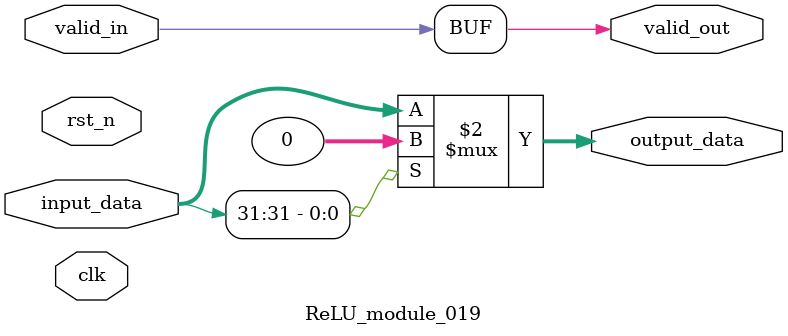
<source format=v>

module ReLU_module_019 (
    input clk,
    input rst_n,
    input valid_in,
    output valid_out,
    // Add specific ports based on operator type
    input [31:0] input_data,
    output [31:0] output_data
);

    // Module implementation would go here
    // This is a template - actual implementation depends on the operator
    
        // ReLU implementation
    assign output_data = (input_data[31] == 1'b1) ? 32'b0 : input_data;
    assign valid_out = valid_in;

endmodule

</source>
